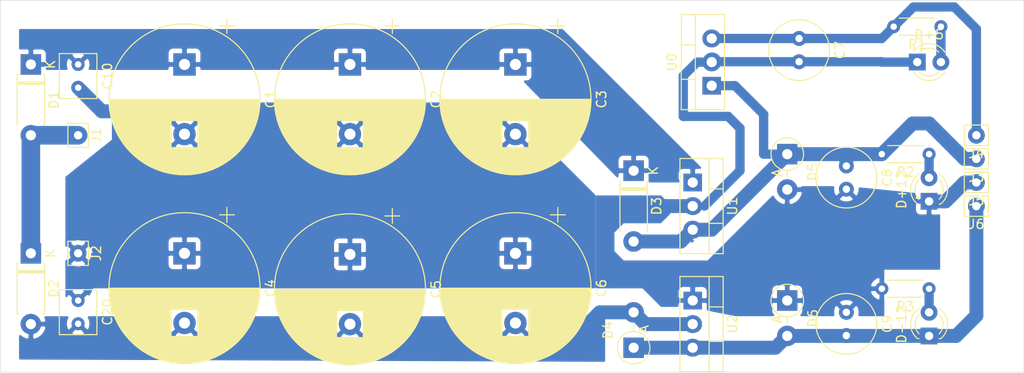
<source format=kicad_pcb>
(kicad_pcb (version 20171130) (host pcbnew 5.1.4)
  (layers (0 F.Cu signal) (31 B.Cu signal) (34 B.Paste user hide) (35 F.Paste user hide) (36 B.SilkS user hide) (37 F.SilkS user hide) (38 B.Mask user hide) (39 F.Mask user hide) (44 Edge.Cuts user))
  (net 0 "")
  (net 1 GND)
  (net 2 "Net-(C1-Pad1)")
  (net 3 "Net-(C20-Pad2)")
  (net 4 +5V)
  (net 5 +12V)
  (net 6 -12V)
  (net 7 "Net-(D1-Pad2)")
  (net 8 "Net-(D+5-Pad2)")
  (net 9 "Net-(D+12-Pad2)")
  (net 10 "Net-(D-12-Pad2)")
  (module Capacitor_THT:CP_Radial_D16.0mm_P7.50mm (layer F.Cu) (at 86.36 62.23 270)
    (fp_text reference C6 (at 3.75 -9.25 90) (layer F.SilkS))
    (fp_text value 4700uF)
    (pad 1 thru_hole rect (at 0 0 270) (size 2.4 2.4) (drill 1.2) (layers *.Cu *.Mask) (net 1 GND))
    (pad 2 thru_hole circle (at 7.5 0 270) (size 2.4 2.4) (drill 1.2) (layers *.Cu *.Mask) (net 3 "Net-(C20-Pad2)"))
  )
  (module Capacitor_THT:CP_Radial_D16.0mm_P7.50mm (layer F.Cu) (at 50.8 41.91 270)
    (fp_text reference C1 (at 3.75 -9.25 90) (layer F.SilkS))
    (fp_text value 4700uF)
    (pad 2 thru_hole circle (at 7.5 0 270) (size 2.4 2.4) (drill 1.2) (layers *.Cu *.Mask) (net 1 GND))
    (pad 1 thru_hole rect (at 0 0 270) (size 2.4 2.4) (drill 1.2) (layers *.Cu *.Mask) (net 2 "Net-(C1-Pad1)"))
  )
  (module Capacitor_THT:CP_Radial_D16.0mm_P7.50mm (layer F.Cu) (at 68.58 41.91 270)
    (fp_text reference C2 (at 3.75 -9.25 90) (layer F.SilkS))
    (fp_text value 4700uF)
    (pad 1 thru_hole rect (at 0 0 270) (size 2.4 2.4) (drill 1.2) (layers *.Cu *.Mask) (net 2 "Net-(C1-Pad1)"))
    (pad 2 thru_hole circle (at 7.5 0 270) (size 2.4 2.4) (drill 1.2) (layers *.Cu *.Mask) (net 1 GND))
  )
  (module Capacitor_THT:CP_Radial_D16.0mm_P7.50mm (layer F.Cu) (at 86.36 41.91 270)
    (fp_text reference C3 (at 3.75 -9.25 90) (layer F.SilkS))
    (fp_text value 4700uF)
    (pad 2 thru_hole circle (at 7.5 0 270) (size 2.4 2.4) (drill 1.2) (layers *.Cu *.Mask) (net 1 GND))
    (pad 1 thru_hole rect (at 0 0 270) (size 2.4 2.4) (drill 1.2) (layers *.Cu *.Mask) (net 2 "Net-(C1-Pad1)"))
  )
  (module Capacitor_THT:CP_Radial_D16.0mm_P7.50mm (layer F.Cu) (at 50.8 62.23 270)
    (fp_text reference C4 (at 3.75 -9.25 90) (layer F.SilkS))
    (fp_text value 4700uF)
    (pad 1 thru_hole rect (at 0 0 270) (size 2.4 2.4) (drill 1.2) (layers *.Cu *.Mask) (net 1 GND))
    (pad 2 thru_hole circle (at 7.5 0 270) (size 2.4 2.4) (drill 1.2) (layers *.Cu *.Mask) (net 3 "Net-(C20-Pad2)"))
  )
  (module Capacitor_THT:CP_Radial_D16.0mm_P7.50mm (layer F.Cu) (at 68.58 62.35 270)
    (fp_text reference C5 (at 3.75 -9.25 90) (layer F.SilkS))
    (fp_text value 4700uF)
    (pad 2 thru_hole circle (at 7.5 0 270) (size 2.4 2.4) (drill 1.2) (layers *.Cu *.Mask) (net 3 "Net-(C20-Pad2)"))
    (pad 1 thru_hole rect (at 0 0 270) (size 2.4 2.4) (drill 1.2) (layers *.Cu *.Mask) (net 1 GND))
  )
  (module Capacitor_THT:C_Radial_D6.3mm_H11.0mm_P2.50mm (layer F.Cu) (at 116.84 39.116 270)
    (fp_text reference C7 (at 1.25 -4.4 90) (layer F.SilkS))
    (fp_text value 100uF)
    (pad 1 thru_hole circle (at 0 0 270) (size 1.6 1.6) (drill 0.8) (layers *.Cu *.Mask) (net 4 +5V))
    (pad 2 thru_hole circle (at 2.5 0 270) (size 1.6 1.6) (drill 0.8) (layers *.Cu *.Mask) (net 1 GND))
  )
  (module Capacitor_THT:C_Radial_D6.3mm_H11.0mm_P2.50mm (layer F.Cu) (at 121.92 52.832 270)
    (fp_text reference C8 (at 1.25 -4.4 90) (layer F.SilkS))
    (fp_text value 100uF)
    (pad 2 thru_hole circle (at 2.5 0 270) (size 1.6 1.6) (drill 0.8) (layers *.Cu *.Mask) (net 1 GND))
    (pad 1 thru_hole circle (at 0 0 270) (size 1.6 1.6) (drill 0.8) (layers *.Cu *.Mask) (net 5 +12V))
  )
  (module Capacitor_THT:C_Radial_D6.3mm_H11.0mm_P2.50mm (layer F.Cu) (at 121.92 68.58 270)
    (fp_text reference C9 (at 1.25 -4.4 90) (layer F.SilkS))
    (fp_text value 100uF)
    (pad 1 thru_hole circle (at 0 0 270) (size 1.6 1.6) (drill 0.8) (layers *.Cu *.Mask) (net 1 GND))
    (pad 2 thru_hole circle (at 2.5 0 270) (size 1.6 1.6) (drill 0.8) (layers *.Cu *.Mask) (net 6 -12V))
  )
  (module Capacitor_THT:C_Rect_L4.6mm_W3.8mm_P2.50mm_MKS02_FKP02 (layer F.Cu) (at 39.37 41.91 270)
    (fp_text reference C10 (at 1.25 -3.15 90) (layer F.SilkS))
    (fp_text value 100nF)
    (pad 1 thru_hole circle (at 0 0 270) (size 1.4 1.4) (drill 0.7) (layers *.Cu *.Mask) (net 2 "Net-(C1-Pad1)"))
    (pad 2 thru_hole circle (at 2.5 0 270) (size 1.4 1.4) (drill 0.7) (layers *.Cu *.Mask) (net 1 GND))
  )
  (module Capacitor_THT:C_Rect_L4.6mm_W3.8mm_P2.50mm_MKS02_FKP02 (layer F.Cu) (at 39.37 67.31 270)
    (fp_text reference C20 (at 1.25 -3.15 90) (layer F.SilkS))
    (fp_text value 100nF)
    (pad 2 thru_hole circle (at 2.5 0 270) (size 1.4 1.4) (drill 0.7) (layers *.Cu *.Mask) (net 3 "Net-(C20-Pad2)"))
    (pad 1 thru_hole circle (at 0 0 270) (size 1.4 1.4) (drill 0.7) (layers *.Cu *.Mask) (net 1 GND))
  )
  (module LED_THT:LED_D3.0mm (layer F.Cu) (at 129.54 41.656)
    (fp_text reference D+5 (at 1.27 -2.96) (layer F.SilkS))
    (fp_text value LED)
    (pad 1 thru_hole rect (at 0 0) (size 1.8 1.8) (drill 0.9) (layers *.Cu *.Mask) (net 1 GND))
    (pad 2 thru_hole circle (at 2.54 0) (size 1.8 1.8) (drill 0.9) (layers *.Cu *.Mask) (net 8 "Net-(D+5-Pad2)"))
  )
  (module LED_THT:LED_D3.0mm (layer F.Cu) (at 130.81 56.642 90)
    (fp_text reference D+12 (at 1.27 -2.96 90) (layer F.SilkS))
    (fp_text value LED)
    (pad 2 thru_hole circle (at 2.54 0 90) (size 1.8 1.8) (drill 0.9) (layers *.Cu *.Mask) (net 9 "Net-(D+12-Pad2)"))
    (pad 1 thru_hole rect (at 0 0 90) (size 1.8 1.8) (drill 0.9) (layers *.Cu *.Mask) (net 1 GND))
  )
  (module LED_THT:LED_D3.0mm (layer F.Cu) (at 130.81 71.12 90)
    (fp_text reference D-12 (at 1.27 -2.96 90) (layer F.SilkS))
    (fp_text value LED)
    (pad 1 thru_hole rect (at 0 0 90) (size 1.8 1.8) (drill 0.9) (layers *.Cu *.Mask) (net 6 -12V))
    (pad 2 thru_hole circle (at 2.54 0 90) (size 1.8 1.8) (drill 0.9) (layers *.Cu *.Mask) (net 10 "Net-(D-12-Pad2)"))
  )
  (module Connector_Pin:Pin_D0.9mm_L10.0mm_W2.4mm_FlatFork (layer F.Cu) (at 39.37 49.53 90)
    (fp_text reference J1 (at 0 1.95 90) (layer F.SilkS))
    (fp_text value Conn_01x01)
    (pad 1 thru_hole circle (at 0 0 90) (size 1.8 1.8) (drill 0.9) (layers *.Cu *.Mask) (net 7 "Net-(D1-Pad2)"))
  )
  (module Connector_Pin:Pin_D0.9mm_L10.0mm_W2.4mm_FlatFork (layer F.Cu) (at 39.37 62.23 90)
    (fp_text reference J2 (at 0 1.95 90) (layer F.SilkS))
    (fp_text value Conn_01x01)
    (pad 1 thru_hole circle (at 0 0 90) (size 1.8 1.8) (drill 0.9) (layers *.Cu *.Mask) (net 1 GND))
  )
  (module Resistor_THT:R_Axial_DIN0204_L3.6mm_D1.6mm_P5.08mm_Horizontal (layer F.Cu) (at 132.08 37.846 180)
    (fp_text reference R1 (at 2.54 -1.92) (layer F.SilkS))
    (fp_text value 1K)
    (pad 2 thru_hole oval (at 5.08 0 180) (size 1.4 1.4) (drill 0.7) (layers *.Cu *.Mask) (net 4 +5V))
    (pad 1 thru_hole circle (at 0 0 180) (size 1.4 1.4) (drill 0.7) (layers *.Cu *.Mask) (net 8 "Net-(D+5-Pad2)"))
  )
  (module Resistor_THT:R_Axial_DIN0204_L3.6mm_D1.6mm_P5.08mm_Horizontal (layer F.Cu) (at 130.81 51.562 180)
    (fp_text reference R2 (at 2.54 -1.92) (layer F.SilkS))
    (fp_text value 1K)
    (pad 1 thru_hole circle (at 0 0 180) (size 1.4 1.4) (drill 0.7) (layers *.Cu *.Mask) (net 9 "Net-(D+12-Pad2)"))
    (pad 2 thru_hole oval (at 5.08 0 180) (size 1.4 1.4) (drill 0.7) (layers *.Cu *.Mask) (net 5 +12V))
  )
  (module Resistor_THT:R_Axial_DIN0204_L3.6mm_D1.6mm_P5.08mm_Horizontal (layer F.Cu) (at 130.81 66.04 180)
    (fp_text reference R3 (at 2.54 -1.92) (layer F.SilkS))
    (fp_text value 1K)
    (pad 1 thru_hole circle (at 0 0 180) (size 1.4 1.4) (drill 0.7) (layers *.Cu *.Mask) (net 10 "Net-(D-12-Pad2)"))
    (pad 2 thru_hole oval (at 5.08 0 180) (size 1.4 1.4) (drill 0.7) (layers *.Cu *.Mask) (net 1 GND))
  )
  (module Package_TO_SOT_THT:TO-220-3_Vertical (layer F.Cu) (at 107.45 44.196 90)
    (fp_text reference U0 (at 2.54 -4.27 90) (layer F.SilkS))
    (fp_text value L7805)
    (pad 1 thru_hole rect (at 0 0 90) (size 1.905 2) (drill 1.1) (layers *.Cu *.Mask) (net 5 +12V))
    (pad 2 thru_hole oval (at 2.54 0 90) (size 1.905 2) (drill 1.1) (layers *.Cu *.Mask) (net 1 GND))
    (pad 3 thru_hole oval (at 5.08 0 90) (size 1.905 2) (drill 1.1) (layers *.Cu *.Mask) (net 4 +5V))
  )
  (module Package_TO_SOT_THT:TO-220-3_Vertical (layer F.Cu) (at 105.41 54.61 270)
    (fp_text reference U1 (at 2.54 -4.27 90) (layer F.SilkS))
    (fp_text value L7812)
    (pad 3 thru_hole oval (at 5.08 0 270) (size 1.905 2) (drill 1.1) (layers *.Cu *.Mask) (net 5 +12V))
    (pad 2 thru_hole oval (at 2.54 0 270) (size 1.905 2) (drill 1.1) (layers *.Cu *.Mask) (net 1 GND))
    (pad 1 thru_hole rect (at 0 0 270) (size 1.905 2) (drill 1.1) (layers *.Cu *.Mask) (net 2 "Net-(C1-Pad1)"))
  )
  (module Package_TO_SOT_THT:TO-220-3_Vertical (layer F.Cu) (at 105.41 67.31 270)
    (fp_text reference U2 (at 2.54 -4.27 90) (layer F.SilkS))
    (fp_text value L7912)
    (pad 1 thru_hole rect (at 0 0 270) (size 1.905 2) (drill 1.1) (layers *.Cu *.Mask) (net 1 GND))
    (pad 2 thru_hole oval (at 2.54 0 270) (size 1.905 2) (drill 1.1) (layers *.Cu *.Mask) (net 3 "Net-(C20-Pad2)"))
    (pad 3 thru_hole oval (at 5.08 0 270) (size 1.905 2) (drill 1.1) (layers *.Cu *.Mask) (net 6 -12V))
  )
  (module Diode_THT:D_DO-41_SOD81_P7.62mm_Horizontal (layer F.Cu) (at 34.29 41.91 270)
    (fp_text reference D1 (at 3.81 -2.47 90) (layer F.SilkS))
    (fp_text value 1N4004)
    (fp_text user K (at 0 -2.1 90) (layer F.SilkS))
    (pad 2 thru_hole oval (at 7.62 0 270) (size 2.2 2.2) (drill 1.1) (layers *.Cu *.Mask) (net 7 "Net-(D1-Pad2)"))
    (pad 1 thru_hole rect (at 0 0 270) (size 2.2 2.2) (drill 1.1) (layers *.Cu *.Mask) (net 2 "Net-(C1-Pad1)"))
  )
  (module Diode_THT:D_DO-41_SOD81_P7.62mm_Horizontal (layer F.Cu) (at 34.29 62.23 270)
    (fp_text reference D2 (at 3.81 -2.47 90) (layer F.SilkS))
    (fp_text value 1N4004)
    (fp_text user K (at 0 -2.1 90) (layer F.SilkS))
    (pad 1 thru_hole rect (at 0 0 270) (size 2.2 2.2) (drill 1.1) (layers *.Cu *.Mask) (net 7 "Net-(D1-Pad2)"))
    (pad 2 thru_hole oval (at 7.62 0 270) (size 2.2 2.2) (drill 1.1) (layers *.Cu *.Mask) (net 3 "Net-(C20-Pad2)"))
  )
  (module Diode_THT:D_DO-41_SOD81_P7.62mm_Horizontal (layer F.Cu) (at 99.06 53.34 270)
    (fp_text reference D3 (at 3.81 -2.47 90) (layer F.SilkS))
    (fp_text value 1N4004)
    (fp_text user K (at 0 -2.1 90) (layer F.SilkS))
    (pad 2 thru_hole oval (at 7.62 0 270) (size 2.2 2.2) (drill 1.1) (layers *.Cu *.Mask) (net 5 +12V))
    (pad 1 thru_hole rect (at 0 0 270) (size 2.2 2.2) (drill 1.1) (layers *.Cu *.Mask) (net 2 "Net-(C1-Pad1)"))
  )
  (module Diode_THT:D_DO-41_SOD81_P3.81mm_Vertical_AnodeUp (layer F.Cu) (at 99.06 72.39 90)
    (fp_text reference D4 (at 1.905 -2.750635 90) (layer F.SilkS))
    (fp_text value 1N4004)
    (fp_text user A (at 2.01 1.1 90) (layer F.SilkS))
    (pad 1 thru_hole rect (at 0 0 90) (size 2.2 2.2) (drill 1.1) (layers *.Cu *.Mask) (net 6 -12V))
    (pad 2 thru_hole oval (at 3.81 0 90) (size 2.2 2.2) (drill 1.1) (layers *.Cu *.Mask) (net 3 "Net-(C20-Pad2)"))
  )
  (module Diode_THT:D_DO-41_SOD81_P3.81mm_Vertical_AnodeUp (layer F.Cu) (at 115.57 51.562 270)
    (fp_text reference D5 (at 1.905 -2.750635 90) (layer F.SilkS))
    (fp_text value 1N4004)
    (fp_text user A (at 2.01 1.1 90) (layer F.SilkS))
    (pad 2 thru_hole oval (at 3.81 0 270) (size 2.2 2.2) (drill 1.1) (layers *.Cu *.Mask) (net 1 GND))
    (pad 1 thru_hole rect (at 0 0 270) (size 2.2 2.2) (drill 1.1) (layers *.Cu *.Mask) (net 5 +12V))
  )
  (module Diode_THT:D_DO-41_SOD81_P3.81mm_Vertical_AnodeUp (layer F.Cu) (at 115.57 67.31 270)
    (fp_text reference D6 (at 1.905 -2.750635 90) (layer F.SilkS))
    (fp_text value 1N4004)
    (fp_text user A (at 2.01 1.1 90) (layer F.SilkS))
    (pad 1 thru_hole rect (at 0 0 270) (size 2.2 2.2) (drill 1.1) (layers *.Cu *.Mask) (net 1 GND))
    (pad 2 thru_hole oval (at 3.81 0 270) (size 2.2 2.2) (drill 1.1) (layers *.Cu *.Mask) (net 6 -12V))
  )
  (module Connector_Pin:Pin_D0.9mm_L10.0mm_W2.4mm_FlatFork (layer F.Cu) (at 135.89 52.07)
    (fp_text reference J3 (at 0 1.95) (layer F.SilkS))
    (fp_text value Conn_01x01)
    (pad 1 thru_hole circle (at 0 0) (size 1.8 1.8) (drill 0.9) (layers *.Cu *.Mask) (net 5 +12V))
  )
  (module Connector_Pin:Pin_D0.9mm_L10.0mm_W2.4mm_FlatFork (layer F.Cu) (at 135.89 49.53)
    (fp_text reference J4 (at 0 1.95) (layer F.SilkS))
    (fp_text value Conn_01x01)
    (pad 1 thru_hole circle (at 0 0) (size 1.8 1.8) (drill 0.9) (layers *.Cu *.Mask) (net 4 +5V))
  )
  (module Connector_Pin:Pin_D0.9mm_L10.0mm_W2.4mm_FlatFork (layer F.Cu) (at 135.89 54.61)
    (fp_text reference J5 (at 0 1.95) (layer F.SilkS))
    (fp_text value Conn_01x01)
    (pad 1 thru_hole circle (at 0 0) (size 1.8 1.8) (drill 0.9) (layers *.Cu *.Mask) (net 1 GND))
  )
  (module Connector_Pin:Pin_D0.9mm_L10.0mm_W2.4mm_FlatFork (layer F.Cu) (at 135.89 57.15)
    (fp_text reference J6 (at 0 1.95) (layer F.SilkS))
    (fp_text value Conn_01x01)
    (pad 1 thru_hole circle (at 0 0) (size 1.8 1.8) (drill 0.9) (layers *.Cu *.Mask) (net 6 -12V))
  )
  (gr_line (start 31 75) (end 31 35) (layer Edge.Cuts) (width 0.05))
  (gr_line (start 141 75) (end 141 35) (layer Edge.Cuts) (width 0.05))
  (gr_line (start 141 75) (end 31 75) (layer Edge.Cuts) (width 0.05))
  (gr_line (start 31 35) (end 141 35) (layer Edge.Cuts) (width 0.05))
  (segment (start 50.8 63.68) (end 50.8 62.23) (width 0.25) (layer B.Cu) (net 1))
  (segment (start 68.58 63.8) (end 68.58 62.35) (width 0.25) (layer B.Cu) (net 1))
  (segment (start 86.36 63.68) (end 86.36 62.23) (width 0.25) (layer B.Cu) (net 1))
  (segment (start 68.58 62.35) (end 68.58 60.9) (width 0.25) (layer B.Cu) (net 1))
  (segment (start 86.36 62.23) (end 86.36 60.78) (width 0.25) (layer B.Cu) (net 1))
  (segment (start 86.36 62.23) (end 87.81 62.23) (width 0.25) (layer B.Cu) (net 1))
  (segment (start 121.88 55.372) (end 121.92 55.332) (width 0.25) (layer B.Cu) (net 1))
  (segment (start 129.5 41.616) (end 129.54 41.656) (width 0.25) (layer B.Cu) (net 1))
  (segment (start 116.84 41.616) (end 125.69 41.616) (width 1) (layer B.Cu) (net 1))
  (segment (start 104.16 67.31) (end 105.41 67.31) (width 0.25) (layer B.Cu) (net 1))
  (segment (start 116.8 41.656) (end 116.84 41.616) (width 0.25) (layer B.Cu) (net 1))
  (segment (start 105.41 57.15) (end 106.68 57.15) (width 0.25) (layer B.Cu) (net 1))
  (segment (start 106.68 57.15) (end 110.49 53.34) (width 1) (layer B.Cu) (net 1))
  (segment (start 110.49 53.34) (end 110.49 48.768) (width 1) (layer B.Cu) (net 1))
  (segment (start 110.49 48.768) (end 109.22 47.498) (width 1) (layer B.Cu) (net 1))
  (segment (start 109.22 47.498) (end 104.394 47.498) (width 1) (layer B.Cu) (net 1))
  (segment (start 125.73 41.656) (end 129.54 41.656) (width 1) (layer B.Cu) (net 1))
  (segment (start 125.69 41.616) (end 125.73 41.656) (width 1) (layer B.Cu) (net 1))
  (segment (start 105.41 57.15) (end 102.41 57.15) (width 1.5) (layer B.Cu) (net 1))
  (segment (start 134.617208 54.61) (end 135.89 54.61) (width 1.5) (layer B.Cu) (net 1))
  (segment (start 132.585208 56.642) (end 134.617208 54.61) (width 1.5) (layer B.Cu) (net 1))
  (segment (start 130.81 56.642) (end 132.585208 56.642) (width 1.5) (layer B.Cu) (net 1))
  (segment (start 107.49 41.616) (end 107.45 41.656) (width 2) (layer B.Cu) (net 1))
  (segment (start 116.84 41.616) (end 107.49 41.616) (width 1) (layer B.Cu) (net 1))
  (segment (start 104.394 43.139498) (end 104.394 47.498) (width 1) (layer B.Cu) (net 1))
  (segment (start 105.877498 41.656) (end 104.394 43.139498) (width 1) (layer B.Cu) (net 1))
  (segment (start 107.45 41.656) (end 105.877498 41.656) (width 1) (layer B.Cu) (net 1))
  (segment (start 39.37 44.41) (end 41.91 46.95) (width 1.5) (layer B.Cu) (net 1))
  (segment (start 41.91 46.95) (end 43.14 46.95) (width 1.5) (layer B.Cu) (net 1))
  (segment (start 97.71 53.34) (end 99.06 53.34) (width 0.25) (layer B.Cu) (net 2))
  (segment (start 105.3425 53.34) (end 105.41 53.4075) (width 0.25) (layer B.Cu) (net 2))
  (segment (start 39.33 69.85) (end 39.37 69.81) (width 0.25) (layer B.Cu) (net 3))
  (segment (start 50.72 69.81) (end 50.8 69.73) (width 0.25) (layer B.Cu) (net 3))
  (segment (start 68.46 69.73) (end 68.58 69.85) (width 0.25) (layer B.Cu) (net 3))
  (segment (start 86.24 69.85) (end 86.36 69.73) (width 0.25) (layer B.Cu) (net 3))
  (segment (start 105.3625 69.85) (end 105.41 69.85) (width 0.25) (layer B.Cu) (net 3))
  (segment (start 100.33 69.85) (end 99.06 68.58) (width 1.5) (layer B.Cu) (net 3))
  (segment (start 105.41 69.85) (end 100.33 69.85) (width 1.5) (layer B.Cu) (net 3))
  (segment (start 99.06 68.58) (end 95.42 68.58) (width 1.5) (layer B.Cu) (net 3))
  (segment (start 95.42 68.58) (end 94 70) (width 1.5) (layer B.Cu) (net 3))
  (segment (start 125.73 39.116) (end 127 37.846) (width 1) (layer B.Cu) (net 4))
  (segment (start 116.84 39.116) (end 125.73 39.116) (width 1) (layer B.Cu) (net 4))
  (segment (start 116.84 39.116) (end 107.45 39.116) (width 1) (layer B.Cu) (net 4))
  (segment (start 133.51501 35.72501) (end 135.89 38.1) (width 1) (layer B.Cu) (net 4))
  (segment (start 127 37.846) (end 129.12099 35.72501) (width 1) (layer B.Cu) (net 4))
  (segment (start 135.89 38.1) (end 135.89 49.53) (width 1) (layer B.Cu) (net 4))
  (segment (start 129.12099 35.72501) (end 133.51501 35.72501) (width 1) (layer B.Cu) (net 4))
  (segment (start 105.3425 60.96) (end 105.41 60.8925) (width 0.25) (layer B.Cu) (net 5))
  (segment (start 109.95 44.196) (end 113.03 47.276) (width 1) (layer B.Cu) (net 5))
  (segment (start 113.03 51.562) (end 113.03 47.276) (width 1) (layer B.Cu) (net 5))
  (segment (start 104.14 60.96) (end 105.41 59.69) (width 1.5) (layer B.Cu) (net 5))
  (segment (start 99.06 60.96) (end 104.14 60.96) (width 1.5) (layer B.Cu) (net 5))
  (segment (start 107.442 59.69) (end 115.57 51.562) (width 1.5) (layer B.Cu) (net 5))
  (segment (start 105.41 59.69) (end 107.442 59.69) (width 1.5) (layer B.Cu) (net 5))
  (segment (start 115.57 51.562) (end 125.73 51.562) (width 1.5) (layer B.Cu) (net 5))
  (segment (start 115.57 51.562) (end 113.03 51.562) (width 1) (layer B.Cu) (net 5))
  (segment (start 121.92 52.832) (end 121.92 51.70063) (width 1.5) (layer B.Cu) (net 5))
  (segment (start 134.617208 52.07) (end 135.89 52.07) (width 1.5) (layer B.Cu) (net 5))
  (segment (start 130.807208 48.26) (end 134.617208 52.07) (width 1.5) (layer B.Cu) (net 5))
  (segment (start 125.73 51.562) (end 129.032 48.26) (width 1.5) (layer B.Cu) (net 5))
  (segment (start 129.032 48.26) (end 130.807208 48.26) (width 1.5) (layer B.Cu) (net 5))
  (segment (start 109.95 44.196) (end 107.45 44.196) (width 1) (layer B.Cu) (net 5))
  (segment (start 121.88 71.12) (end 121.92 71.08) (width 0.25) (layer B.Cu) (net 6))
  (segment (start 121.96 71.12) (end 121.92 71.08) (width 0.25) (layer B.Cu) (net 6))
  (segment (start 130.77 71.08) (end 130.81 71.12) (width 1) (layer B.Cu) (net 6))
  (segment (start 114.3 72.39) (end 115.57 71.12) (width 1.5) (layer B.Cu) (net 6))
  (segment (start 99.06 72.39) (end 114.3 72.39) (width 1.5) (layer B.Cu) (net 6))
  (segment (start 115.57 71.12) (end 130.81 71.12) (width 1.5) (layer B.Cu) (net 6))
  (segment (start 133.71 71.12) (end 130.81 71.12) (width 1.5) (layer B.Cu) (net 6))
  (segment (start 135.89 68.94) (end 133.71 71.12) (width 1.5) (layer B.Cu) (net 6))
  (segment (start 135.89 68.94) (end 135.89 57.15) (width 1.5) (layer B.Cu) (net 6))
  (segment (start 34.29 62.23) (end 34.29 49.53) (width 2) (layer B.Cu) (net 7))
  (segment (start 34.29 49.53) (end 39.37 49.53) (width 2) (layer B.Cu) (net 7))
  (segment (start 132.08 41.656) (end 132.08 37.846) (width 1) (layer B.Cu) (net 8))
  (segment (start 130.81 54.102) (end 130.81 51.562) (width 1) (layer B.Cu) (net 9))
  (segment (start 130.81 68.58) (end 130.81 66.04) (width 1) (layer B.Cu) (net 10))
  (zone (net 1) (net_name GND) (layer B.Cu) (connect_pads (clearance 0.508)) (min_thickness 0.254) (fill yes (arc_segments 32) (thermal_gap 0.508) (thermal_bridge_width 0.508))
    (polygon (pts (xy 38 67) (xy 38 54) (xy 43 50) (xy 43 46) (xy 85 46) (xy 95 56) (xy 95 66) (xy 41 66) (xy 40.5 67)))
  )
  (zone (net 1) (net_name GND) (layer B.Cu) (connect_pads (clearance 0.508)) (min_thickness 0.254) (fill yes (arc_segments 32) (thermal_gap 0.508) (thermal_bridge_width 0.508))
    (polygon (pts (xy 115 55) (xy 122 55) (xy 132 56) (xy 132 64) (xy 126 64) (xy 126 69) (xy 110 69) (xy 105 68) (xy 105 65)))
  )
  (zone (net 1) (net_name GND) (layer B.Cu) (connect_pads (clearance 0.508)) (min_thickness 0.254) (fill yes (arc_segments 32) (thermal_gap 0.508) (thermal_bridge_width 0.508))
    (polygon (pts (xy 95 66) (xy 100 66) (xy 101 67) (xy 102 68) (xy 105 68) (xy 108 63) (xy 98 63) (xy 97 62) (xy 97 60) (xy 98 59) (xy 102 59) (xy 103 58) (xy 103 57) (xy 102 56) (xy 95 56)))
  )
  (zone (net 2) (net_name "Net-(C1-Pad1)") (layer B.Cu) (connect_pads (clearance 0.508)) (min_thickness 0.254) (fill yes (arc_segments 32) (thermal_gap 0.508) (thermal_bridge_width 0.508))
    (polygon (pts (xy 105.41 54.61) (xy 97.79 54.61) (xy 86 42.5) (xy 33.02 42.5) (xy 33.02 38.1) (xy 91.44 38.1) (xy 106.68 53.34) (xy 106.68 54.61)))
  )
  (zone (net 3) (net_name "Net-(C20-Pad2)") (layer B.Cu) (connect_pads (clearance 0.508)) (min_thickness 0.254) (fill yes (arc_segments 32) (thermal_gap 0.508) (thermal_bridge_width 0.508))
    (polygon (pts (xy 33.02 69) (xy 95.25 69) (xy 96 69) (xy 96 73.905) (xy 33.02 73.66)))
  )
)
</source>
